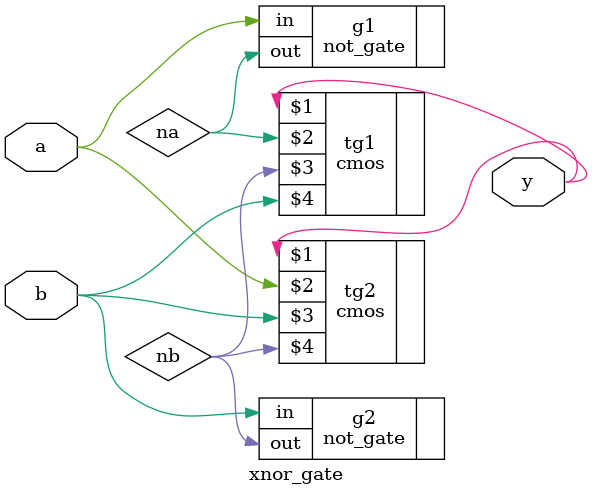
<source format=v>
module xnor_gate (input a, b, output y);
	wire na, nb;     
	not_gate g1(.out(na), .in(a)); 
	not_gate g2(.out(nb), .in(b));

	cmos tg1(y, na, nb, b);
	cmos tg2(y, a, b, nb);
endmodule

       

</source>
